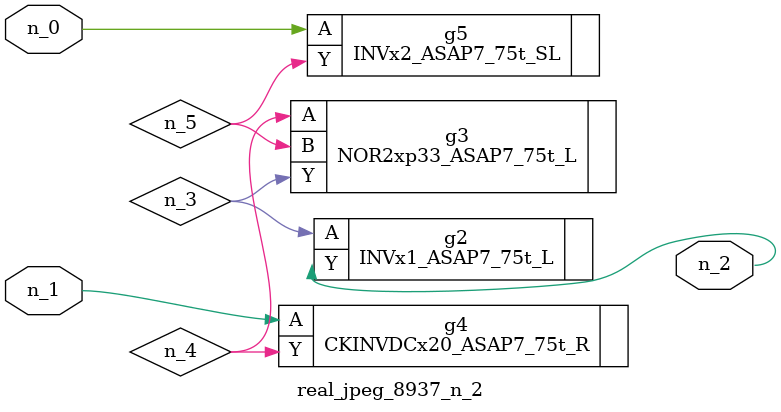
<source format=v>
module real_jpeg_8937_n_2 (n_1, n_0, n_2);

input n_1;
input n_0;

output n_2;

wire n_5;
wire n_4;
wire n_3;

INVx2_ASAP7_75t_SL g5 ( 
.A(n_0),
.Y(n_5)
);

CKINVDCx20_ASAP7_75t_R g4 ( 
.A(n_1),
.Y(n_4)
);

INVx1_ASAP7_75t_L g2 ( 
.A(n_3),
.Y(n_2)
);

NOR2xp33_ASAP7_75t_L g3 ( 
.A(n_4),
.B(n_5),
.Y(n_3)
);


endmodule
</source>
